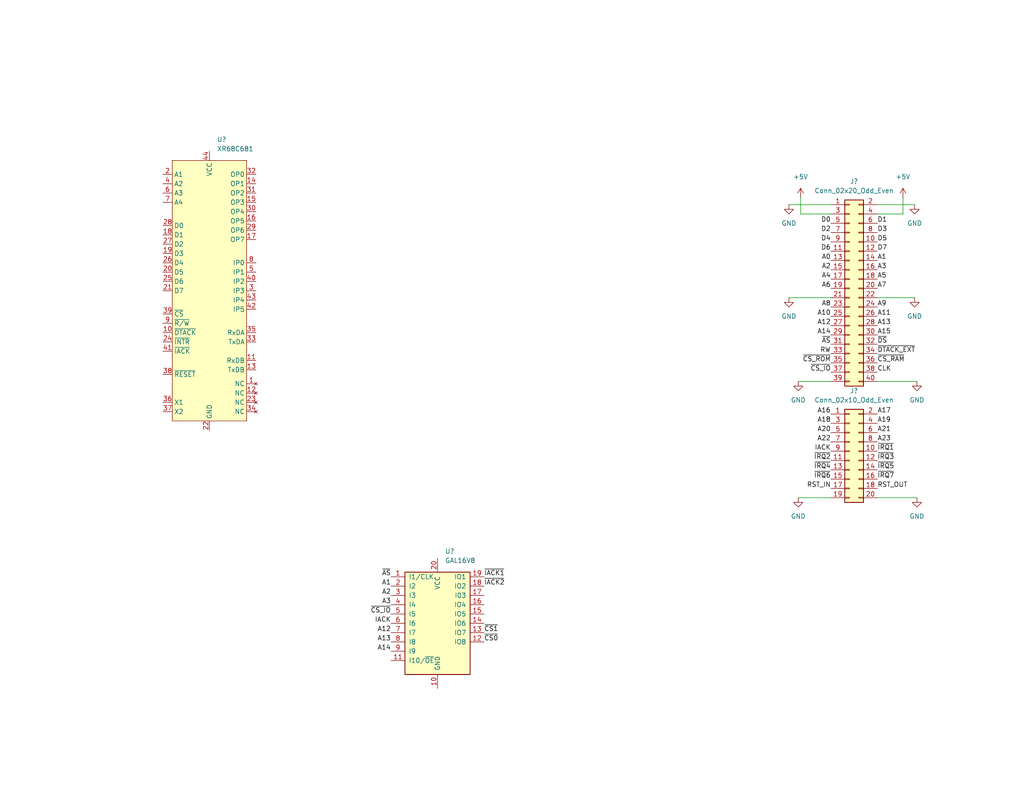
<source format=kicad_sch>
(kicad_sch (version 20211123) (generator eeschema)
  (paper "USLetter")
  (title_block (title "Mackerel-8 I/O Board") (date "2022-11-16") (rev "1.0a") (company "Herring Computers") (comment 1 "Author: Colin Maykish") (comment 2 "github.com/crmaykish/mackerel-68k"))
  (lib_symbols
    (symbol "Connector_Generic:Conn_02x10_Odd_Even" (pin_names (offset 1.016) hide)
      (property "Reference" "J" (at 1.27 12.7 0))
      (property "Value" "Conn_02x10_Odd_Even" (at 1.27 -15.24 0))
      (symbol "Conn_02x10_Odd_Even_1_1"
        (rectangle (start -1.27 -12.573) (end 0 -12.827) (stroke (width 0.1524)))
        (rectangle (start -1.27 -10.033) (end 0 -10.287) (stroke (width 0.1524)))
        (rectangle (start -1.27 -7.493) (end 0 -7.747) (stroke (width 0.1524)))
        (rectangle (start -1.27 -4.953) (end 0 -5.207) (stroke (width 0.1524)))
        (rectangle (start -1.27 -2.413) (end 0 -2.667) (stroke (width 0.1524)))
        (rectangle (start -1.27 0.127) (end 0 -0.127) (stroke (width 0.1524)))
        (rectangle (start -1.27 2.667) (end 0 2.413) (stroke (width 0.1524)))
        (rectangle (start -1.27 5.207) (end 0 4.953) (stroke (width 0.1524)))
        (rectangle (start -1.27 7.747) (end 0 7.493) (stroke (width 0.1524)))
        (rectangle (start -1.27 10.287) (end 0 10.033) (stroke (width 0.1524)))
        (rectangle (start -1.27 11.43) (end 3.81 -13.97) (stroke (width 0.254)) (fill (type background)))
        (rectangle (start 3.81 -12.573) (end 2.54 -12.827) (stroke (width 0.1524)))
        (rectangle (start 3.81 -10.033) (end 2.54 -10.287) (stroke (width 0.1524)))
        (rectangle (start 3.81 -7.493) (end 2.54 -7.747) (stroke (width 0.1524)))
        (rectangle (start 3.81 -4.953) (end 2.54 -5.207) (stroke (width 0.1524)))
        (rectangle (start 3.81 -2.413) (end 2.54 -2.667) (stroke (width 0.1524)))
        (rectangle (start 3.81 0.127) (end 2.54 -0.127) (stroke (width 0.1524)))
        (rectangle (start 3.81 2.667) (end 2.54 2.413) (stroke (width 0.1524)))
        (rectangle (start 3.81 5.207) (end 2.54 4.953) (stroke (width 0.1524)))
        (rectangle (start 3.81 7.747) (end 2.54 7.493) (stroke (width 0.1524)))
        (rectangle (start 3.81 10.287) (end 2.54 10.033) (stroke (width 0.1524)))
        (pin passive line (at -5.08 10.16 0) (length 3.81) (name "Pin_1") (number "1"))
        (pin passive line (at 7.62 0 180) (length 3.81) (name "Pin_10") (number "10"))
        (pin passive line (at -5.08 -2.54 0) (length 3.81) (name "Pin_11") (number "11"))
        (pin passive line (at 7.62 -2.54 180) (length 3.81) (name "Pin_12") (number "12"))
        (pin passive line (at -5.08 -5.08 0) (length 3.81) (name "Pin_13") (number "13"))
        (pin passive line (at 7.62 -5.08 180) (length 3.81) (name "Pin_14") (number "14"))
        (pin passive line (at -5.08 -7.62 0) (length 3.81) (name "Pin_15") (number "15"))
        (pin passive line (at 7.62 -7.62 180) (length 3.81) (name "Pin_16") (number "16"))
        (pin passive line (at -5.08 -10.16 0) (length 3.81) (name "Pin_17") (number "17"))
        (pin passive line (at 7.62 -10.16 180) (length 3.81) (name "Pin_18") (number "18"))
        (pin passive line (at -5.08 -12.7 0) (length 3.81) (name "Pin_19") (number "19"))
        (pin passive line (at 7.62 10.16 180) (length 3.81) (name "Pin_2") (number "2"))
        (pin passive line (at 7.62 -12.7 180) (length 3.81) (name "Pin_20") (number "20"))
        (pin passive line (at -5.08 7.62 0) (length 3.81) (name "Pin_3") (number "3"))
        (pin passive line (at 7.62 7.62 180) (length 3.81) (name "Pin_4") (number "4"))
        (pin passive line (at -5.08 5.08 0) (length 3.81) (name "Pin_5") (number "5"))
        (pin passive line (at 7.62 5.08 180) (length 3.81) (name "Pin_6") (number "6"))
        (pin passive line (at -5.08 2.54 0) (length 3.81) (name "Pin_7") (number "7"))
        (pin passive line (at 7.62 2.54 180) (length 3.81) (name "Pin_8") (number "8"))
        (pin passive line (at -5.08 0 0) (length 3.81) (name "Pin_9") (number "9"))
      )
    )
    (symbol "Connector_Generic:Conn_02x20_Odd_Even" (pin_names (offset 1.016) hide)
      (property "Reference" "J" (at 1.27 25.4 0))
      (property "Value" "Conn_02x20_Odd_Even" (at 1.27 -27.94 0))
      (symbol "Conn_02x20_Odd_Even_1_1"
        (rectangle (start -1.27 -25.273) (end 0 -25.527) (stroke (width 0.1524)))
        (rectangle (start -1.27 -22.733) (end 0 -22.987) (stroke (width 0.1524)))
        (rectangle (start -1.27 -20.193) (end 0 -20.447) (stroke (width 0.1524)))
        (rectangle (start -1.27 -17.653) (end 0 -17.907) (stroke (width 0.1524)))
        (rectangle (start -1.27 -15.113) (end 0 -15.367) (stroke (width 0.1524)))
        (rectangle (start -1.27 -12.573) (end 0 -12.827) (stroke (width 0.1524)))
        (rectangle (start -1.27 -10.033) (end 0 -10.287) (stroke (width 0.1524)))
        (rectangle (start -1.27 -7.493) (end 0 -7.747) (stroke (width 0.1524)))
        (rectangle (start -1.27 -4.953) (end 0 -5.207) (stroke (width 0.1524)))
        (rectangle (start -1.27 -2.413) (end 0 -2.667) (stroke (width 0.1524)))
        (rectangle (start -1.27 0.127) (end 0 -0.127) (stroke (width 0.1524)))
        (rectangle (start -1.27 2.667) (end 0 2.413) (stroke (width 0.1524)))
        (rectangle (start -1.27 5.207) (end 0 4.953) (stroke (width 0.1524)))
        (rectangle (start -1.27 7.747) (end 0 7.493) (stroke (width 0.1524)))
        (rectangle (start -1.27 10.287) (end 0 10.033) (stroke (width 0.1524)))
        (rectangle (start -1.27 12.827) (end 0 12.573) (stroke (width 0.1524)))
        (rectangle (start -1.27 15.367) (end 0 15.113) (stroke (width 0.1524)))
        (rectangle (start -1.27 17.907) (end 0 17.653) (stroke (width 0.1524)))
        (rectangle (start -1.27 20.447) (end 0 20.193) (stroke (width 0.1524)))
        (rectangle (start -1.27 22.987) (end 0 22.733) (stroke (width 0.1524)))
        (rectangle (start -1.27 24.13) (end 3.81 -26.67) (stroke (width 0.254)) (fill (type background)))
        (rectangle (start 3.81 -25.273) (end 2.54 -25.527) (stroke (width 0.1524)))
        (rectangle (start 3.81 -22.733) (end 2.54 -22.987) (stroke (width 0.1524)))
        (rectangle (start 3.81 -20.193) (end 2.54 -20.447) (stroke (width 0.1524)))
        (rectangle (start 3.81 -17.653) (end 2.54 -17.907) (stroke (width 0.1524)))
        (rectangle (start 3.81 -15.113) (end 2.54 -15.367) (stroke (width 0.1524)))
        (rectangle (start 3.81 -12.573) (end 2.54 -12.827) (stroke (width 0.1524)))
        (rectangle (start 3.81 -10.033) (end 2.54 -10.287) (stroke (width 0.1524)))
        (rectangle (start 3.81 -7.493) (end 2.54 -7.747) (stroke (width 0.1524)))
        (rectangle (start 3.81 -4.953) (end 2.54 -5.207) (stroke (width 0.1524)))
        (rectangle (start 3.81 -2.413) (end 2.54 -2.667) (stroke (width 0.1524)))
        (rectangle (start 3.81 0.127) (end 2.54 -0.127) (stroke (width 0.1524)))
        (rectangle (start 3.81 2.667) (end 2.54 2.413) (stroke (width 0.1524)))
        (rectangle (start 3.81 5.207) (end 2.54 4.953) (stroke (width 0.1524)))
        (rectangle (start 3.81 7.747) (end 2.54 7.493) (stroke (width 0.1524)))
        (rectangle (start 3.81 10.287) (end 2.54 10.033) (stroke (width 0.1524)))
        (rectangle (start 3.81 12.827) (end 2.54 12.573) (stroke (width 0.1524)))
        (rectangle (start 3.81 15.367) (end 2.54 15.113) (stroke (width 0.1524)))
        (rectangle (start 3.81 17.907) (end 2.54 17.653) (stroke (width 0.1524)))
        (rectangle (start 3.81 20.447) (end 2.54 20.193) (stroke (width 0.1524)))
        (rectangle (start 3.81 22.987) (end 2.54 22.733) (stroke (width 0.1524)))
        (pin passive line (at -5.08 22.86 0) (length 3.81) (name "Pin_1") (number "1"))
        (pin passive line (at 7.62 12.7 180) (length 3.81) (name "Pin_10") (number "10"))
        (pin passive line (at -5.08 10.16 0) (length 3.81) (name "Pin_11") (number "11"))
        (pin passive line (at 7.62 10.16 180) (length 3.81) (name "Pin_12") (number "12"))
        (pin passive line (at -5.08 7.62 0) (length 3.81) (name "Pin_13") (number "13"))
        (pin passive line (at 7.62 7.62 180) (length 3.81) (name "Pin_14") (number "14"))
        (pin passive line (at -5.08 5.08 0) (length 3.81) (name "Pin_15") (number "15"))
        (pin passive line (at 7.62 5.08 180) (length 3.81) (name "Pin_16") (number "16"))
        (pin passive line (at -5.08 2.54 0) (length 3.81) (name "Pin_17") (number "17"))
        (pin passive line (at 7.62 2.54 180) (length 3.81) (name "Pin_18") (number "18"))
        (pin passive line (at -5.08 0 0) (length 3.81) (name "Pin_19") (number "19"))
        (pin passive line (at 7.62 22.86 180) (length 3.81) (name "Pin_2") (number "2"))
        (pin passive line (at 7.62 0 180) (length 3.81) (name "Pin_20") (number "20"))
        (pin passive line (at -5.08 -2.54 0) (length 3.81) (name "Pin_21") (number "21"))
        (pin passive line (at 7.62 -2.54 180) (length 3.81) (name "Pin_22") (number "22"))
        (pin passive line (at -5.08 -5.08 0) (length 3.81) (name "Pin_23") (number "23"))
        (pin passive line (at 7.62 -5.08 180) (length 3.81) (name "Pin_24") (number "24"))
        (pin passive line (at -5.08 -7.62 0) (length 3.81) (name "Pin_25") (number "25"))
        (pin passive line (at 7.62 -7.62 180) (length 3.81) (name "Pin_26") (number "26"))
        (pin passive line (at -5.08 -10.16 0) (length 3.81) (name "Pin_27") (number "27"))
        (pin passive line (at 7.62 -10.16 180) (length 3.81) (name "Pin_28") (number "28"))
        (pin passive line (at -5.08 -12.7 0) (length 3.81) (name "Pin_29") (number "29"))
        (pin passive line (at -5.08 20.32 0) (length 3.81) (name "Pin_3") (number "3"))
        (pin passive line (at 7.62 -12.7 180) (length 3.81) (name "Pin_30") (number "30"))
        (pin passive line (at -5.08 -15.24 0) (length 3.81) (name "Pin_31") (number "31"))
        (pin passive line (at 7.62 -15.24 180) (length 3.81) (name "Pin_32") (number "32"))
        (pin passive line (at -5.08 -17.78 0) (length 3.81) (name "Pin_33") (number "33"))
        (pin passive line (at 7.62 -17.78 180) (length 3.81) (name "Pin_34") (number "34"))
        (pin passive line (at -5.08 -20.32 0) (length 3.81) (name "Pin_35") (number "35"))
        (pin passive line (at 7.62 -20.32 180) (length 3.81) (name "Pin_36") (number "36"))
        (pin passive line (at -5.08 -22.86 0) (length 3.81) (name "Pin_37") (number "37"))
        (pin passive line (at 7.62 -22.86 180) (length 3.81) (name "Pin_38") (number "38"))
        (pin passive line (at -5.08 -25.4 0) (length 3.81) (name "Pin_39") (number "39"))
        (pin passive line (at 7.62 20.32 180) (length 3.81) (name "Pin_4") (number "4"))
        (pin passive line (at 7.62 -25.4 180) (length 3.81) (name "Pin_40") (number "40"))
        (pin passive line (at -5.08 17.78 0) (length 3.81) (name "Pin_5") (number "5"))
        (pin passive line (at 7.62 17.78 180) (length 3.81) (name "Pin_6") (number "6"))
        (pin passive line (at -5.08 15.24 0) (length 3.81) (name "Pin_7") (number "7"))
        (pin passive line (at 7.62 15.24 180) (length 3.81) (name "Pin_8") (number "8"))
        (pin passive line (at -5.08 12.7 0) (length 3.81) (name "Pin_9") (number "9"))
      )
    )
    (symbol "Logic_Programmable:GAL16V8" (pin_names (offset 1.016))
      (property "Reference" "U" (at -8.89 16.51 0))
      (property "Value" "GAL16V8" (at 1.27 16.51 0))
      (symbol "GAL16V8_0_0"
        (pin power_in line (at 0 -17.78 90) (length 3.81) (name "GND") (number "10"))
        (pin power_in line (at 0 17.78 270) (length 3.81) (name "VCC") (number "20"))
      )
      (symbol "GAL16V8_0_1"
        (rectangle (start -8.89 13.97) (end 8.89 -13.97) (stroke (width 0.254)) (fill (type background)))
      )
      (symbol "GAL16V8_1_1"
        (pin input line (at -12.7 12.7 0) (length 3.81) (name "I1/CLK") (number "1"))
        (pin input line (at -12.7 -10.16 0) (length 3.81) (name "I10/~{OE}") (number "11"))
        (pin tri_state line (at 12.7 -5.08 180) (length 3.81) (name "IO8") (number "12"))
        (pin tri_state line (at 12.7 -2.54 180) (length 3.81) (name "IO7") (number "13"))
        (pin tri_state line (at 12.7 0 180) (length 3.81) (name "IO6") (number "14"))
        (pin tri_state line (at 12.7 2.54 180) (length 3.81) (name "IO5") (number "15"))
        (pin tri_state line (at 12.7 5.08 180) (length 3.81) (name "IO4") (number "16"))
        (pin tri_state line (at 12.7 7.62 180) (length 3.81) (name "I03") (number "17"))
        (pin tri_state line (at 12.7 10.16 180) (length 3.81) (name "IO2") (number "18"))
        (pin tri_state line (at 12.7 12.7 180) (length 3.81) (name "IO1") (number "19"))
        (pin input line (at -12.7 10.16 0) (length 3.81) (name "I2") (number "2"))
        (pin input line (at -12.7 7.62 0) (length 3.81) (name "I3") (number "3"))
        (pin input line (at -12.7 5.08 0) (length 3.81) (name "I4") (number "4"))
        (pin input line (at -12.7 2.54 0) (length 3.81) (name "I5") (number "5"))
        (pin input line (at -12.7 0 0) (length 3.81) (name "I6") (number "6"))
        (pin input line (at -12.7 -2.54 0) (length 3.81) (name "I7") (number "7"))
        (pin input line (at -12.7 -5.08 0) (length 3.81) (name "I8") (number "8"))
        (pin input line (at -12.7 -7.62 0) (length 3.81) (name "I9") (number "9"))
      )
    )
    (symbol "mackerel:XR68C681"
      (property "Reference" "U" (at -40.64 39.37 0))
      (property "Value" "XR68C681" (at -25.4 -34.29 0))
      (symbol "XR68C681_0_1"
        (rectangle (start -41.91 38.1) (end -21.59 -33.02) (fill (type background)))
      )
      (symbol "XR68C681_1_1"
        (pin no_connect line (at -19.05 -22.86 180) (length 2.54) (name "NC") (number "1"))
        (pin input line (at -44.45 -8.89 0) (length 2.54) (name "~{DTACK}") (number "10"))
        (pin input line (at -19.05 -16.51 180) (length 2.54) (name "RxDB") (number "11"))
        (pin no_connect line (at -19.05 -25.4 180) (length 2.54) (name "NC") (number "12"))
        (pin input line (at -19.05 -19.05 180) (length 2.54) (name "TxDB") (number "13"))
        (pin input line (at -19.05 31.75 180) (length 2.54) (name "OP1") (number "14"))
        (pin input line (at -19.05 26.67 180) (length 2.54) (name "OP3") (number "15"))
        (pin input line (at -19.05 21.59 180) (length 2.54) (name "OP5") (number "16"))
        (pin input line (at -19.05 16.51 180) (length 2.54) (name "OP7") (number "17"))
        (pin input line (at -44.45 17.78 0) (length 2.54) (name "D1") (number "18"))
        (pin input line (at -44.45 12.7 0) (length 2.54) (name "D3") (number "19"))
        (pin input line (at -44.45 34.29 0) (length 2.54) (name "A1") (number "2"))
        (pin input line (at -44.45 7.62 0) (length 2.54) (name "D5") (number "20"))
        (pin input line (at -44.45 2.54 0) (length 2.54) (name "D7") (number "21"))
        (pin input line (at -31.75 -35.56 90) (length 2.54) (name "GND") (number "22"))
        (pin no_connect line (at -19.05 -27.94 180) (length 2.54) (name "NC") (number "23"))
        (pin input line (at -44.45 -11.43 0) (length 2.54) (name "~{INTR}") (number "24"))
        (pin input line (at -44.45 5.08 0) (length 2.54) (name "D6") (number "25"))
        (pin input line (at -44.45 10.16 0) (length 2.54) (name "D4") (number "26"))
        (pin input line (at -44.45 15.24 0) (length 2.54) (name "D2") (number "27"))
        (pin input line (at -44.45 20.32 0) (length 2.54) (name "D0") (number "28"))
        (pin input line (at -19.05 19.05 180) (length 2.54) (name "OP6") (number "29"))
        (pin input line (at -19.05 2.54 180) (length 2.54) (name "IP3") (number "3"))
        (pin input line (at -19.05 24.13 180) (length 2.54) (name "OP4") (number "30"))
        (pin input line (at -19.05 29.21 180) (length 2.54) (name "OP2") (number "31"))
        (pin input line (at -19.05 34.29 180) (length 2.54) (name "OP0") (number "32"))
        (pin input line (at -19.05 -11.43 180) (length 2.54) (name "TxDA") (number "33"))
        (pin no_connect line (at -19.05 -30.48 180) (length 2.54) (name "NC") (number "34"))
        (pin input line (at -19.05 -8.89 180) (length 2.54) (name "RxDA") (number "35"))
        (pin input line (at -44.45 -27.94 0) (length 2.54) (name "X1") (number "36"))
        (pin input line (at -44.45 -30.48 0) (length 2.54) (name "X2") (number "37"))
        (pin input line (at -44.45 -20.32 0) (length 2.54) (name "~{RESET}") (number "38"))
        (pin input line (at -44.45 -3.81 0) (length 2.54) (name "~{CS}") (number "39"))
        (pin input line (at -44.45 31.75 0) (length 2.54) (name "A2") (number "4"))
        (pin input line (at -19.05 5.08 180) (length 2.54) (name "IP2") (number "40"))
        (pin input line (at -44.45 -13.97 0) (length 2.54) (name "~{IACK}") (number "41"))
        (pin input line (at -19.05 -2.54 180) (length 2.54) (name "IP5") (number "42"))
        (pin input line (at -19.05 0 180) (length 2.54) (name "IP4") (number "43"))
        (pin input line (at -31.75 40.64 270) (length 2.54) (name "VCC") (number "44"))
        (pin input line (at -19.05 7.62 180) (length 2.54) (name "IP1") (number "5"))
        (pin input line (at -44.45 29.21 0) (length 2.54) (name "A3") (number "6"))
        (pin input line (at -44.45 26.67 0) (length 2.54) (name "A4") (number "7"))
        (pin input line (at -19.05 10.16 180) (length 2.54) (name "IP0") (number "8"))
        (pin input line (at -44.45 -6.35 0) (length 2.54) (name "~{R/W}") (number "9"))
      )
    )
    (symbol "power:+5V" (power) (pin_names (offset 0))
      (property "Value" "+5V" (at 0 3.556 0))
      (symbol "+5V_0_1"
        (polyline (pts (xy -0.762 1.27) (xy 0 2.54)))
        (polyline (pts (xy 0 0) (xy 0 2.54)))
        (polyline (pts (xy 0 2.54) (xy 0.762 1.27)))
      )
      (symbol "+5V_1_1"
        (pin power_in line (at 0 0 90) (length 0) hide (name "+5V") (number "1"))
      )
    )
    (symbol "power:GND" (power) (pin_names (offset 0))
      (property "Value" "GND" (at 0 -3.81 0))
      (symbol "GND_0_1"
        (polyline (pts (xy 0 0) (xy 0 -1.27) (xy 1.27 -1.27) (xy 0 -2.54) (xy -1.27 -1.27) (xy 0 -1.27)))
      )
      (symbol "GND_1_1"
        (pin power_in line (at 0 0 270) (length 0) hide (name "GND") (number "1"))
      )
    )
  )
  (wire (pts (xy 246.38 53.975) (xy 246.38 58.42)))
  (wire (pts (xy 215.265 55.88) (xy 226.695 55.88)))
  (wire (pts (xy 217.805 135.89) (xy 226.695 135.89)))
  (wire (pts (xy 217.805 104.14) (xy 226.695 104.14)))
  (wire (pts (xy 239.395 55.88) (xy 249.555 55.88)))
  (wire (pts (xy 218.44 58.42) (xy 226.695 58.42)))
  (wire (pts (xy 218.44 53.975) (xy 218.44 58.42)))
  (wire (pts (xy 246.38 58.42) (xy 239.395 58.42)))
  (wire (pts (xy 239.395 81.28) (xy 249.555 81.28)))
  (wire (pts (xy 239.395 135.89) (xy 250.19 135.89)))
  (wire (pts (xy 215.265 81.28) (xy 226.695 81.28)))
  (wire (pts (xy 239.395 104.14) (xy 250.19 104.14)))
  (label "~{IRQ5}" (at 239.395 128.27 0))
  (label "A13" (at 106.68 175.26 180))
  (label "~{IRQ1}" (at 239.395 123.19 0))
  (label "RST_OUT" (at 239.395 133.35 0))
  (label "A0" (at 226.695 71.12 180))
  (label "A18" (at 226.695 115.57 180))
  (label "A3" (at 106.68 165.1 180))
  (label "CLK" (at 239.395 101.6 0))
  (label "~{IACK2}" (at 132.08 160.02 0))
  (label "~{IRQ2}" (at 226.695 125.73 180))
  (label "D4" (at 226.695 66.04 180))
  (label "A20" (at 226.695 118.11 180))
  (label "~{IRQ4}" (at 226.695 128.27 180))
  (label "~{DTACK_EXT}" (at 239.395 96.52 0))
  (label "~{CS_IO}" (at 106.68 167.64 180))
  (label "D3" (at 239.395 63.5 0))
  (label "A1" (at 106.68 160.02 180))
  (label "~{AS}" (at 226.695 93.98 180))
  (label "D5" (at 239.395 66.04 0))
  (label "A19" (at 239.395 115.57 0))
  (label "A11" (at 239.395 86.36 0))
  (label "A13" (at 239.395 88.9 0))
  (label "A12" (at 226.695 88.9 180))
  (label "D7" (at 239.395 68.58 0))
  (label "A14" (at 226.695 91.44 180))
  (label "IACK" (at 106.68 170.18 180))
  (label "~{CS_ROM}" (at 226.695 99.06 180))
  (label "A6" (at 226.695 78.74 180))
  (label "A17" (at 239.395 113.03 0))
  (label "A10" (at 226.695 86.36 180))
  (label "A2" (at 106.68 162.56 180))
  (label "A5" (at 239.395 76.2 0))
  (label "~{CS1}" (at 132.08 172.72 0))
  (label "A12" (at 106.68 172.72 180))
  (label "D0" (at 226.695 60.96 180))
  (label "~{CS0}" (at 132.08 175.26 0))
  (label "A7" (at 239.395 78.74 0))
  (label "RST_IN" (at 226.695 133.35 180))
  (label "~{IACK1}" (at 132.08 157.48 0))
  (label "~{CS_RAM}" (at 239.395 99.06 0))
  (label "A9" (at 239.395 83.82 0))
  (label "~{AS}" (at 106.68 157.48 180))
  (label "A23" (at 239.395 120.65 0))
  (label "A3" (at 239.395 73.66 0))
  (label "A14" (at 106.68 177.8 180))
  (label "A15" (at 239.395 91.44 0))
  (label "A8" (at 226.695 83.82 180))
  (label "RW" (at 226.695 96.52 180))
  (label "A2" (at 226.695 73.66 180))
  (label "A21" (at 239.395 118.11 0))
  (label "IACK" (at 226.695 123.19 180))
  (label "D2" (at 226.695 63.5 180))
  (label "A22" (at 226.695 120.65 180))
  (label "~{IRQ6}" (at 226.695 130.81 180))
  (label "A1" (at 239.395 71.12 0))
  (label "~{DS}" (at 239.395 93.98 0))
  (label "D6" (at 226.695 68.58 180))
  (label "A4" (at 226.695 76.2 180))
  (label "~{IRQ3}" (at 239.395 125.73 0))
  (label "~{IRQ7}" (at 239.395 130.81 0))
  (label "A16" (at 226.695 113.03 180))
  (label "D1" (at 239.395 60.96 0))
  (label "~{CS_IO}" (at 226.695 101.6 180))
  (symbol (lib_id "Logic_Programmable:GAL16V8") (at 119.38 170.18 0) (unit 1)
    (property "Reference" "U?" (at 121.3994 150.495 0) (effects (justify left)))
    (property "Value" "GAL16V8" (at 121.3994 153.035 0) (effects (justify left)))
    (property "Footprint" "Package_DIP:DIP-20_W7.62mm_Socket" (effects hide))
  )
  (symbol (lib_id "power:GND") (at 250.19 104.14 0) (unit 1)
    (property "Reference" "#PWR?" (effects hide))
    (property "Value" "GND" (at 250.19 109.22 0))
  )
  (symbol (lib_id "power:GND") (at 249.555 81.28 0) (unit 1)
    (property "Reference" "#PWR?" (effects hide))
    (property "Value" "GND" (at 249.555 86.36 0))
  )
  (symbol (lib_id "power:GND") (at 215.265 55.88 0) (unit 1)
    (property "Reference" "#PWR?" (effects hide))
    (property "Value" "GND" (at 215.265 60.96 0))
  )
  (symbol (lib_id "Connector_Generic:Conn_02x10_Odd_Even") (at 231.775 123.19 0) (unit 1)
    (property "Reference" "J?" (at 233.045 106.68 0))
    (property "Value" "Conn_02x10_Odd_Even" (at 233.045 109.22 0))
    (property "Footprint" "Connector_PinSocket_2.54mm:PinSocket_2x10_P2.54mm_Horizontal" (effects hide))
  )
  (symbol (lib_id "power:+5V") (at 218.44 53.975 0) (unit 1)
    (property "Reference" "#PWR?" (effects hide))
    (property "Value" "+5V" (at 218.44 48.26 0))
  )
  (symbol (lib_id "power:GND") (at 249.555 55.88 0) (unit 1)
    (property "Reference" "#PWR?" (effects hide))
    (property "Value" "GND" (at 249.555 60.96 0))
  )
  (symbol (lib_id "power:GND") (at 250.19 135.89 0) (unit 1)
    (property "Reference" "#PWR?" (effects hide))
    (property "Value" "GND" (at 250.19 140.97 0))
  )
  (symbol (lib_id "power:+5V") (at 246.38 53.975 0) (unit 1)
    (property "Reference" "#PWR?" (effects hide))
    (property "Value" "+5V" (at 246.38 48.26 0))
  )
  (symbol (lib_id "power:GND") (at 215.265 81.28 0) (unit 1)
    (property "Reference" "#PWR?" (effects hide))
    (property "Value" "GND" (at 215.265 86.36 0))
  )
  (symbol (lib_id "power:GND") (at 217.805 104.14 0) (unit 1)
    (property "Reference" "#PWR?" (effects hide))
    (property "Value" "GND" (at 217.805 109.22 0))
  )
  (symbol (lib_id "power:GND") (at 217.805 135.89 0) (unit 1)
    (property "Reference" "#PWR?" (effects hide))
    (property "Value" "GND" (at 217.805 140.97 0))
  )
  (symbol (lib_id "mackerel:XR68C681") (at 88.9 81.915 0) (unit 1)
    (property "Reference" "U?" (at 59.1694 38.1 0) (effects (justify left)))
    (property "Value" "XR68C681" (at 59.1694 40.64 0) (effects (justify left)))
  )
  (symbol (lib_id "Connector_Generic:Conn_02x20_Odd_Even") (at 231.775 78.74 0) (unit 1)
    (property "Reference" "J?" (at 233.045 49.53 0))
    (property "Value" "Conn_02x20_Odd_Even" (at 233.045 52.07 0))
    (property "Footprint" "Connector_PinSocket_2.54mm:PinSocket_2x20_P2.54mm_Horizontal" (effects hide))
  )
)
</source>
